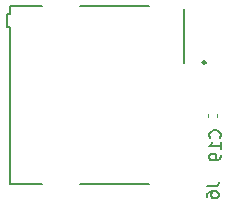
<source format=gbr>
%TF.GenerationSoftware,KiCad,Pcbnew,6.0.11-2627ca5db0~126~ubuntu22.04.1*%
%TF.CreationDate,2023-03-24T18:23:20-04:00*%
%TF.ProjectId,Io,496f2e6b-6963-4616-945f-706362585858,rev?*%
%TF.SameCoordinates,Original*%
%TF.FileFunction,Legend,Bot*%
%TF.FilePolarity,Positive*%
%FSLAX46Y46*%
G04 Gerber Fmt 4.6, Leading zero omitted, Abs format (unit mm)*
G04 Created by KiCad (PCBNEW 6.0.11-2627ca5db0~126~ubuntu22.04.1) date 2023-03-24 18:23:20*
%MOMM*%
%LPD*%
G01*
G04 APERTURE LIST*
%ADD10C,0.150000*%
%ADD11C,0.120000*%
%ADD12C,0.200000*%
%ADD13C,0.240000*%
G04 APERTURE END LIST*
D10*
%TO.C,C19*%
X145379142Y-128135142D02*
X145426761Y-128087523D01*
X145474380Y-127944666D01*
X145474380Y-127849428D01*
X145426761Y-127706571D01*
X145331523Y-127611333D01*
X145236285Y-127563714D01*
X145045809Y-127516095D01*
X144902952Y-127516095D01*
X144712476Y-127563714D01*
X144617238Y-127611333D01*
X144522000Y-127706571D01*
X144474380Y-127849428D01*
X144474380Y-127944666D01*
X144522000Y-128087523D01*
X144569619Y-128135142D01*
X145474380Y-129087523D02*
X145474380Y-128516095D01*
X145474380Y-128801809D02*
X144474380Y-128801809D01*
X144617238Y-128706571D01*
X144712476Y-128611333D01*
X144760095Y-128516095D01*
X145474380Y-129563714D02*
X145474380Y-129754190D01*
X145426761Y-129849428D01*
X145379142Y-129897047D01*
X145236285Y-129992285D01*
X145045809Y-130039904D01*
X144664857Y-130039904D01*
X144569619Y-129992285D01*
X144522000Y-129944666D01*
X144474380Y-129849428D01*
X144474380Y-129658952D01*
X144522000Y-129563714D01*
X144569619Y-129516095D01*
X144664857Y-129468476D01*
X144902952Y-129468476D01*
X144998190Y-129516095D01*
X145045809Y-129563714D01*
X145093428Y-129658952D01*
X145093428Y-129849428D01*
X145045809Y-129944666D01*
X144998190Y-129992285D01*
X144902952Y-130039904D01*
%TO.C,J6*%
X144285880Y-132254666D02*
X145000166Y-132254666D01*
X145143023Y-132207047D01*
X145238261Y-132111809D01*
X145285880Y-131968952D01*
X145285880Y-131873714D01*
X144285880Y-133159428D02*
X144285880Y-132968952D01*
X144333500Y-132873714D01*
X144381119Y-132826095D01*
X144523976Y-132730857D01*
X144714452Y-132683238D01*
X145095404Y-132683238D01*
X145190642Y-132730857D01*
X145238261Y-132778476D01*
X145285880Y-132873714D01*
X145285880Y-133064190D01*
X145238261Y-133159428D01*
X145190642Y-133207047D01*
X145095404Y-133254666D01*
X144857309Y-133254666D01*
X144762071Y-133207047D01*
X144714452Y-133159428D01*
X144666833Y-133064190D01*
X144666833Y-132873714D01*
X144714452Y-132778476D01*
X144762071Y-132730857D01*
X144857309Y-132683238D01*
D11*
%TO.C,C19*%
X145124000Y-126130164D02*
X145124000Y-126345836D01*
X144404000Y-126130164D02*
X144404000Y-126345836D01*
D12*
%TO.C,J6*%
X133572000Y-116968000D02*
X139372000Y-116968000D01*
X127592000Y-132018000D02*
X130372000Y-132018000D01*
X142342000Y-121768000D02*
X142342000Y-117268000D01*
X127592000Y-118768000D02*
X127342000Y-118768000D01*
X127342000Y-118768000D02*
X127342000Y-117668000D01*
X133572000Y-132018000D02*
X139372000Y-132018000D01*
X127342000Y-117668000D02*
X127592000Y-117668000D01*
X127592000Y-117668000D02*
X127592000Y-116968000D01*
X127592000Y-116968000D02*
X130372000Y-116968000D01*
X127592000Y-132018000D02*
X127592000Y-118768000D01*
D13*
X144192000Y-121768000D02*
G75*
G03*
X144192000Y-121768000I-120000J0D01*
G01*
%TD*%
M02*

</source>
